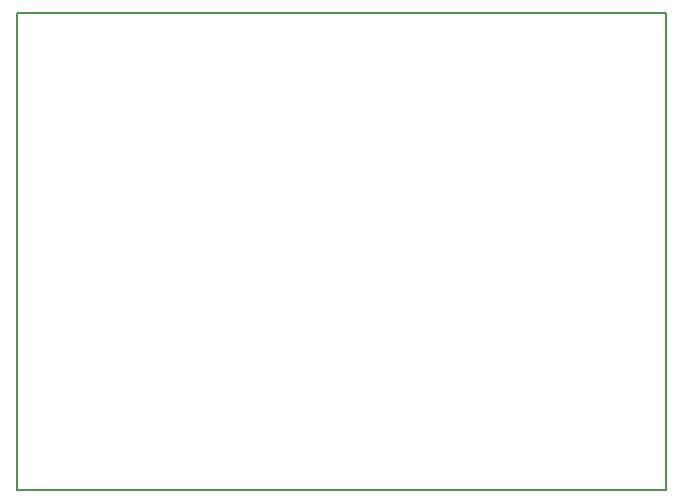
<source format=gm1>
G04 MADE WITH FRITZING*
G04 WWW.FRITZING.ORG*
G04 DOUBLE SIDED*
G04 HOLES PLATED*
G04 CONTOUR ON CENTER OF CONTOUR VECTOR*
%ASAXBY*%
%FSLAX23Y23*%
%MOIN*%
%OFA0B0*%
%SFA1.0B1.0*%
%ADD10R,2.169070X1.595880*%
%ADD11C,0.008000*%
%ADD10C,0.008*%
%LNCONTOUR*%
G90*
G70*
G54D10*
G54D11*
X4Y1592D02*
X2165Y1592D01*
X2165Y4D01*
X4Y4D01*
X4Y1592D01*
D02*
G04 End of contour*
M02*
</source>
